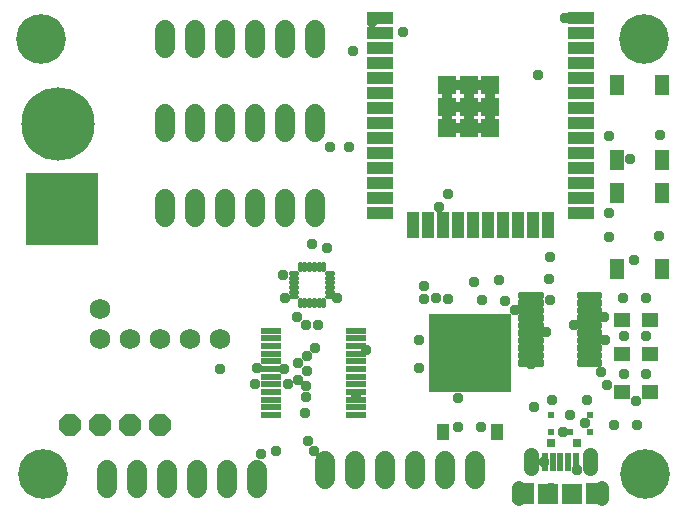
<source format=gbr>
G04 EAGLE Gerber RS-274X export*
G75*
%MOMM*%
%FSLAX34Y34*%
%LPD*%
%INSoldermask Top*%
%IPPOS*%
%AMOC8*
5,1,8,0,0,1.08239X$1,22.5*%
G01*
%ADD10C,4.203200*%
%ADD11C,1.727200*%
%ADD12P,2.005885X8X202.500000*%
%ADD13C,0.258150*%
%ADD14R,2.203200X1.103200*%
%ADD15R,1.103200X2.203200*%
%ADD16R,1.533200X1.533200*%
%ADD17C,0.911200*%
%ADD18C,1.733200*%
%ADD19R,1.703200X0.603200*%
%ADD20R,6.203200X6.203200*%
%ADD21C,6.203200*%
%ADD22R,0.703200X0.703200*%
%ADD23R,0.603200X0.603200*%
%ADD24R,0.603200X1.553200*%
%ADD25C,1.261200*%
%ADD26C,1.211200*%
%ADD27R,1.703200X1.753200*%
%ADD28C,0.245278*%
%ADD29R,1.203200X1.803200*%
%ADD30R,1.350000X1.200000*%
%ADD31R,1.092200X1.422400*%
%ADD32R,6.934200X6.705600*%
%ADD33C,0.959600*%

G36*
X535465Y466936D02*
X535465Y466936D01*
X535466Y466935D01*
X536578Y467061D01*
X536579Y467061D01*
X537636Y467431D01*
X537637Y467431D01*
X538585Y468027D01*
X538585Y468028D01*
X538586Y468028D01*
X539378Y468819D01*
X539378Y468820D01*
X539974Y469768D01*
X539974Y469769D01*
X540344Y470826D01*
X540344Y470827D01*
X540345Y470830D01*
X540345Y470834D01*
X540346Y470839D01*
X540346Y470844D01*
X540348Y470858D01*
X540348Y470863D01*
X540349Y470868D01*
X540349Y470872D01*
X540350Y470872D01*
X540349Y470872D01*
X540350Y470877D01*
X540351Y470882D01*
X540352Y470896D01*
X540353Y470901D01*
X540353Y470906D01*
X540354Y470910D01*
X540354Y470915D01*
X540355Y470920D01*
X540356Y470934D01*
X540357Y470939D01*
X540358Y470944D01*
X540358Y470948D01*
X540359Y470953D01*
X540359Y470958D01*
X540361Y470972D01*
X540361Y470977D01*
X540362Y470982D01*
X540362Y470986D01*
X540363Y470991D01*
X540364Y471005D01*
X540365Y471005D01*
X540364Y471005D01*
X540365Y471010D01*
X540366Y471015D01*
X540366Y471020D01*
X540367Y471024D01*
X540367Y471029D01*
X540369Y471043D01*
X540369Y471048D01*
X540370Y471053D01*
X540370Y471058D01*
X540371Y471062D01*
X540371Y471067D01*
X540373Y471081D01*
X540374Y471086D01*
X540374Y471091D01*
X540375Y471096D01*
X540375Y471100D01*
X540376Y471105D01*
X540377Y471119D01*
X540378Y471124D01*
X540378Y471129D01*
X540379Y471134D01*
X540379Y471138D01*
X540382Y471157D01*
X540382Y471162D01*
X540383Y471167D01*
X540383Y471172D01*
X540384Y471176D01*
X540385Y471191D01*
X540386Y471195D01*
X540386Y471200D01*
X540387Y471205D01*
X540387Y471210D01*
X540388Y471210D01*
X540387Y471210D01*
X540388Y471214D01*
X540390Y471229D01*
X540390Y471233D01*
X540391Y471238D01*
X540391Y471243D01*
X540392Y471248D01*
X540392Y471252D01*
X540394Y471267D01*
X540394Y471271D01*
X540395Y471276D01*
X540396Y471281D01*
X540396Y471286D01*
X540397Y471290D01*
X540398Y471305D01*
X540399Y471309D01*
X540399Y471314D01*
X540400Y471319D01*
X540400Y471324D01*
X540402Y471343D01*
X540403Y471343D01*
X540402Y471343D01*
X540403Y471347D01*
X540404Y471352D01*
X540404Y471357D01*
X540405Y471362D01*
X540406Y471376D01*
X540407Y471381D01*
X540407Y471385D01*
X540408Y471390D01*
X540408Y471395D01*
X540409Y471400D01*
X540411Y471414D01*
X540411Y471419D01*
X540412Y471423D01*
X540412Y471428D01*
X540413Y471433D01*
X540413Y471438D01*
X540415Y471452D01*
X540415Y471457D01*
X540416Y471461D01*
X540416Y471466D01*
X540417Y471471D01*
X540417Y471476D01*
X540419Y471490D01*
X540420Y471495D01*
X540420Y471499D01*
X540421Y471504D01*
X540421Y471509D01*
X540423Y471523D01*
X540423Y471528D01*
X540424Y471533D01*
X540424Y471537D01*
X540425Y471542D01*
X540425Y471547D01*
X540426Y471547D01*
X540425Y471547D01*
X540427Y471561D01*
X540428Y471566D01*
X540428Y471571D01*
X540429Y471575D01*
X540429Y471580D01*
X540430Y471585D01*
X540431Y471599D01*
X540432Y471604D01*
X540432Y471609D01*
X540433Y471613D01*
X540434Y471618D01*
X540434Y471623D01*
X540436Y471637D01*
X540436Y471642D01*
X540437Y471647D01*
X540437Y471651D01*
X540438Y471656D01*
X540440Y471675D01*
X540440Y471680D01*
X540441Y471680D01*
X540440Y471680D01*
X540441Y471685D01*
X540442Y471689D01*
X540442Y471694D01*
X540444Y471708D01*
X540444Y471713D01*
X540445Y471718D01*
X540445Y471723D01*
X540446Y471727D01*
X540446Y471732D01*
X540448Y471746D01*
X540449Y471751D01*
X540449Y471756D01*
X540450Y471761D01*
X540450Y471765D01*
X540451Y471770D01*
X540452Y471784D01*
X540453Y471789D01*
X540453Y471794D01*
X540454Y471799D01*
X540454Y471803D01*
X540455Y471808D01*
X540457Y471822D01*
X540457Y471827D01*
X540458Y471832D01*
X540458Y471837D01*
X540459Y471841D01*
X540461Y471860D01*
X540461Y471865D01*
X540462Y471870D01*
X540462Y471875D01*
X540463Y471879D01*
X540465Y471894D01*
X540465Y471898D01*
X540466Y471903D01*
X540466Y471908D01*
X540467Y471913D01*
X540467Y471917D01*
X540469Y471932D01*
X540469Y471936D01*
X540470Y471939D01*
X540470Y471940D01*
X540470Y479440D01*
X540470Y479441D01*
X540344Y480553D01*
X540344Y480554D01*
X539974Y481611D01*
X539974Y481612D01*
X539378Y482560D01*
X539377Y482560D01*
X539378Y482561D01*
X538586Y483353D01*
X538585Y483353D01*
X537637Y483949D01*
X537636Y483949D01*
X536579Y484319D01*
X536578Y484319D01*
X535466Y484445D01*
X535465Y484445D01*
X521465Y484445D01*
X521460Y484441D01*
X521461Y484440D01*
X521460Y484440D01*
X521460Y466940D01*
X521464Y466935D01*
X521465Y466936D01*
X521465Y466935D01*
X535465Y466935D01*
X535465Y466936D01*
G37*
G36*
X477470Y466939D02*
X477470Y466939D01*
X477469Y466940D01*
X477470Y466940D01*
X477470Y484440D01*
X477466Y484445D01*
X477465Y484444D01*
X477465Y484445D01*
X463465Y484445D01*
X463464Y484445D01*
X462352Y484319D01*
X462351Y484319D01*
X461294Y483949D01*
X461293Y483949D01*
X460345Y483353D01*
X460345Y483352D01*
X460344Y483353D01*
X459553Y482561D01*
X459552Y482560D01*
X458956Y481612D01*
X458956Y481611D01*
X458586Y480554D01*
X458586Y480553D01*
X458584Y480540D01*
X458584Y480535D01*
X458583Y480530D01*
X458583Y480526D01*
X458582Y480521D01*
X458580Y480507D01*
X458580Y480502D01*
X458579Y480497D01*
X458579Y480492D01*
X458578Y480488D01*
X458578Y480483D01*
X458576Y480469D01*
X458576Y480464D01*
X458575Y480459D01*
X458575Y480454D01*
X458574Y480450D01*
X458573Y480445D01*
X458572Y480431D01*
X458571Y480426D01*
X458571Y480421D01*
X458570Y480416D01*
X458570Y480412D01*
X458569Y480407D01*
X458568Y480393D01*
X458567Y480388D01*
X458567Y480383D01*
X458566Y480383D01*
X458567Y480383D01*
X458566Y480378D01*
X458565Y480374D01*
X458563Y480355D01*
X458563Y480350D01*
X458562Y480345D01*
X458562Y480340D01*
X458561Y480336D01*
X458560Y480321D01*
X458559Y480317D01*
X458558Y480312D01*
X458558Y480307D01*
X458557Y480302D01*
X458557Y480298D01*
X458555Y480283D01*
X458555Y480279D01*
X458554Y480274D01*
X458554Y480269D01*
X458553Y480264D01*
X458553Y480260D01*
X458551Y480245D01*
X458550Y480241D01*
X458550Y480236D01*
X458549Y480231D01*
X458549Y480226D01*
X458548Y480222D01*
X458547Y480207D01*
X458546Y480203D01*
X458546Y480198D01*
X458545Y480193D01*
X458545Y480188D01*
X458543Y480174D01*
X458542Y480169D01*
X458542Y480165D01*
X458541Y480160D01*
X458541Y480155D01*
X458540Y480150D01*
X458539Y480136D01*
X458538Y480131D01*
X458538Y480127D01*
X458537Y480122D01*
X458537Y480117D01*
X458536Y480112D01*
X458534Y480098D01*
X458534Y480093D01*
X458533Y480089D01*
X458533Y480084D01*
X458532Y480079D01*
X458532Y480074D01*
X458530Y480060D01*
X458530Y480055D01*
X458529Y480051D01*
X458529Y480046D01*
X458528Y480046D01*
X458529Y480046D01*
X458528Y480041D01*
X458526Y480022D01*
X458525Y480017D01*
X458525Y480013D01*
X458524Y480008D01*
X458524Y480003D01*
X458522Y479989D01*
X458522Y479984D01*
X458521Y479979D01*
X458520Y479975D01*
X458520Y479970D01*
X458519Y479965D01*
X458518Y479951D01*
X458517Y479946D01*
X458517Y479941D01*
X458516Y479937D01*
X458516Y479932D01*
X458515Y479927D01*
X458514Y479913D01*
X458513Y479913D01*
X458514Y479913D01*
X458513Y479908D01*
X458512Y479903D01*
X458512Y479899D01*
X458511Y479894D01*
X458511Y479889D01*
X458509Y479875D01*
X458509Y479870D01*
X458508Y479865D01*
X458508Y479861D01*
X458507Y479856D01*
X458505Y479837D01*
X458504Y479832D01*
X458504Y479827D01*
X458503Y479823D01*
X458503Y479818D01*
X458501Y479804D01*
X458501Y479799D01*
X458500Y479794D01*
X458500Y479789D01*
X458499Y479785D01*
X458499Y479780D01*
X458497Y479766D01*
X458496Y479761D01*
X458496Y479756D01*
X458495Y479751D01*
X458495Y479747D01*
X458494Y479742D01*
X458493Y479728D01*
X458492Y479723D01*
X458492Y479718D01*
X458491Y479713D01*
X458491Y479709D01*
X458490Y479709D01*
X458491Y479709D01*
X458490Y479704D01*
X458488Y479690D01*
X458488Y479685D01*
X458487Y479680D01*
X458487Y479675D01*
X458486Y479671D01*
X458485Y479656D01*
X458484Y479652D01*
X458484Y479647D01*
X458483Y479642D01*
X458482Y479637D01*
X458482Y479633D01*
X458480Y479618D01*
X458480Y479614D01*
X458479Y479609D01*
X458479Y479604D01*
X458478Y479599D01*
X458478Y479595D01*
X458476Y479580D01*
X458476Y479576D01*
X458475Y479576D01*
X458476Y479576D01*
X458475Y479571D01*
X458474Y479566D01*
X458474Y479561D01*
X458473Y479557D01*
X458472Y479542D01*
X458471Y479538D01*
X458471Y479533D01*
X458470Y479528D01*
X458470Y479523D01*
X458467Y479504D01*
X458467Y479500D01*
X458466Y479495D01*
X458466Y479490D01*
X458465Y479485D01*
X458464Y479471D01*
X458463Y479466D01*
X458463Y479462D01*
X458462Y479457D01*
X458462Y479452D01*
X458461Y479447D01*
X458460Y479441D01*
X458461Y479440D01*
X458460Y479440D01*
X458460Y471940D01*
X458461Y471940D01*
X458460Y471939D01*
X458586Y470827D01*
X458586Y470826D01*
X458956Y469769D01*
X458956Y469768D01*
X459552Y468820D01*
X459553Y468820D01*
X459553Y468819D01*
X460344Y468028D01*
X460345Y468027D01*
X461293Y467431D01*
X461294Y467431D01*
X462351Y467061D01*
X462352Y467061D01*
X463464Y466935D01*
X463465Y466936D01*
X463465Y466935D01*
X477465Y466935D01*
X477470Y466939D01*
G37*
D10*
X61625Y492300D03*
X60000Y860475D03*
X570000Y860475D03*
X571625Y492300D03*
D11*
X350875Y487755D02*
X350875Y502995D01*
X325475Y502995D02*
X325475Y487755D01*
X300075Y487755D02*
X300075Y502995D01*
X376275Y502995D02*
X376275Y487755D01*
X401675Y487755D02*
X401675Y502995D01*
X427075Y502995D02*
X427075Y487755D01*
D12*
X160375Y533475D03*
X134975Y533475D03*
X109575Y533475D03*
X84175Y533475D03*
D13*
X301375Y643325D02*
X307225Y643325D01*
X307225Y641675D01*
X301375Y641675D01*
X301375Y643325D01*
X301375Y647325D02*
X307225Y647325D01*
X307225Y645675D01*
X301375Y645675D01*
X301375Y647325D01*
X301375Y651325D02*
X307225Y651325D01*
X307225Y649675D01*
X301375Y649675D01*
X301375Y651325D01*
X301375Y655325D02*
X307225Y655325D01*
X307225Y653675D01*
X301375Y653675D01*
X301375Y655325D01*
X301375Y659325D02*
X307225Y659325D01*
X307225Y657675D01*
X301375Y657675D01*
X301375Y659325D01*
X301375Y663325D02*
X307225Y663325D01*
X307225Y661675D01*
X301375Y661675D01*
X301375Y663325D01*
X298025Y665025D02*
X298025Y670875D01*
X299675Y670875D01*
X299675Y665025D01*
X298025Y665025D01*
X298025Y667478D02*
X299675Y667478D01*
X299675Y669931D02*
X298025Y669931D01*
X294025Y670875D02*
X294025Y665025D01*
X294025Y670875D02*
X295675Y670875D01*
X295675Y665025D01*
X294025Y665025D01*
X294025Y667478D02*
X295675Y667478D01*
X295675Y669931D02*
X294025Y669931D01*
X290025Y670875D02*
X290025Y665025D01*
X290025Y670875D02*
X291675Y670875D01*
X291675Y665025D01*
X290025Y665025D01*
X290025Y667478D02*
X291675Y667478D01*
X291675Y669931D02*
X290025Y669931D01*
X286025Y670875D02*
X286025Y665025D01*
X286025Y670875D02*
X287675Y670875D01*
X287675Y665025D01*
X286025Y665025D01*
X286025Y667478D02*
X287675Y667478D01*
X287675Y669931D02*
X286025Y669931D01*
X282025Y670875D02*
X282025Y665025D01*
X282025Y670875D02*
X283675Y670875D01*
X283675Y665025D01*
X282025Y665025D01*
X282025Y667478D02*
X283675Y667478D01*
X283675Y669931D02*
X282025Y669931D01*
X278025Y670875D02*
X278025Y665025D01*
X278025Y670875D02*
X279675Y670875D01*
X279675Y665025D01*
X278025Y665025D01*
X278025Y667478D02*
X279675Y667478D01*
X279675Y669931D02*
X278025Y669931D01*
X276325Y661675D02*
X270475Y661675D01*
X270475Y663325D01*
X276325Y663325D01*
X276325Y661675D01*
X276325Y657675D02*
X270475Y657675D01*
X270475Y659325D01*
X276325Y659325D01*
X276325Y657675D01*
X276325Y653675D02*
X270475Y653675D01*
X270475Y655325D01*
X276325Y655325D01*
X276325Y653675D01*
X276325Y649675D02*
X270475Y649675D01*
X270475Y651325D01*
X276325Y651325D01*
X276325Y649675D01*
X276325Y645675D02*
X270475Y645675D01*
X270475Y647325D01*
X276325Y647325D01*
X276325Y645675D01*
X276325Y641675D02*
X270475Y641675D01*
X270475Y643325D01*
X276325Y643325D01*
X276325Y641675D01*
X279675Y639975D02*
X279675Y634125D01*
X278025Y634125D01*
X278025Y639975D01*
X279675Y639975D01*
X279675Y636578D02*
X278025Y636578D01*
X278025Y639031D02*
X279675Y639031D01*
X283675Y639975D02*
X283675Y634125D01*
X282025Y634125D01*
X282025Y639975D01*
X283675Y639975D01*
X283675Y636578D02*
X282025Y636578D01*
X282025Y639031D02*
X283675Y639031D01*
X287675Y639975D02*
X287675Y634125D01*
X286025Y634125D01*
X286025Y639975D01*
X287675Y639975D01*
X287675Y636578D02*
X286025Y636578D01*
X286025Y639031D02*
X287675Y639031D01*
X291675Y639975D02*
X291675Y634125D01*
X290025Y634125D01*
X290025Y639975D01*
X291675Y639975D01*
X291675Y636578D02*
X290025Y636578D01*
X290025Y639031D02*
X291675Y639031D01*
X295675Y639975D02*
X295675Y634125D01*
X294025Y634125D01*
X294025Y639975D01*
X295675Y639975D01*
X295675Y636578D02*
X294025Y636578D01*
X294025Y639031D02*
X295675Y639031D01*
X299675Y639975D02*
X299675Y634125D01*
X298025Y634125D01*
X298025Y639975D01*
X299675Y639975D01*
X299675Y636578D02*
X298025Y636578D01*
X298025Y639031D02*
X299675Y639031D01*
D14*
X346800Y878100D03*
X346800Y865400D03*
X346800Y852700D03*
X346800Y840000D03*
X346800Y827300D03*
X346800Y814600D03*
X346800Y801900D03*
X346800Y789200D03*
X346800Y776500D03*
X346800Y763800D03*
X346800Y751100D03*
X346800Y738400D03*
X346800Y725700D03*
X346800Y713000D03*
D15*
X374650Y703000D03*
X387350Y703000D03*
X400050Y703000D03*
X412750Y703000D03*
X425450Y703000D03*
X438150Y703000D03*
X450850Y703000D03*
X463550Y703000D03*
X476250Y703000D03*
X488950Y703000D03*
D14*
X516800Y713000D03*
X516800Y725700D03*
X516800Y738400D03*
X516800Y751100D03*
X516800Y763800D03*
X516800Y776500D03*
X516800Y789200D03*
X516800Y801900D03*
X516800Y814600D03*
X516800Y827300D03*
X516800Y840000D03*
X516800Y852700D03*
X516800Y865400D03*
X516800Y878100D03*
D16*
X403450Y821450D03*
X421800Y821450D03*
X440150Y821450D03*
X403450Y803100D03*
X421800Y803100D03*
X440150Y803100D03*
X403450Y784750D03*
X421800Y784750D03*
X440150Y784750D03*
D17*
X412625Y821450D03*
X430975Y821450D03*
X403450Y812275D03*
X421800Y812275D03*
X440150Y812275D03*
X412625Y803100D03*
X430975Y803100D03*
X403450Y793925D03*
X421800Y793925D03*
X440150Y793925D03*
X412625Y784750D03*
X430975Y784750D03*
D18*
X109575Y631900D03*
X109575Y606500D03*
X134975Y606500D03*
X160375Y606500D03*
X185775Y606500D03*
X211175Y606500D03*
D19*
X326725Y542025D03*
X326725Y548525D03*
X326725Y555025D03*
X326725Y561525D03*
X326725Y568025D03*
X326725Y574525D03*
X326725Y581025D03*
X326725Y587525D03*
X326725Y594025D03*
X326725Y600525D03*
X326725Y607025D03*
X326725Y613525D03*
X254225Y600525D03*
X254225Y594025D03*
X254225Y587525D03*
X254225Y581025D03*
X254225Y574525D03*
X254225Y568025D03*
X254225Y561525D03*
X254225Y555025D03*
X254225Y548525D03*
X254225Y542025D03*
X254225Y607025D03*
X254225Y613525D03*
D20*
X77683Y716313D03*
D21*
X74633Y788313D03*
D22*
X513718Y518261D03*
X491718Y518261D03*
D23*
X507767Y528014D03*
X507767Y542014D03*
X491765Y528014D03*
X491765Y542014D03*
X524956Y528023D03*
X524956Y542023D03*
D24*
X486465Y502690D03*
X492965Y502690D03*
X499465Y502690D03*
X505965Y502690D03*
X512465Y502690D03*
D25*
X474352Y497457D02*
X474352Y508037D01*
X524608Y507953D02*
X524608Y497373D01*
D26*
X464465Y480730D02*
X464465Y470650D01*
D27*
X489465Y475690D03*
X509465Y475690D03*
D26*
X534465Y480730D02*
X534465Y470650D01*
D28*
X484076Y641975D02*
X464796Y641975D01*
X464796Y645655D01*
X484076Y645655D01*
X484076Y641975D01*
X484076Y644305D02*
X464796Y644305D01*
X464796Y635625D02*
X484076Y635625D01*
X464796Y635625D02*
X464796Y639305D01*
X484076Y639305D01*
X484076Y635625D01*
X484076Y637955D02*
X464796Y637955D01*
X464796Y629275D02*
X484076Y629275D01*
X464796Y629275D02*
X464796Y632955D01*
X484076Y632955D01*
X484076Y629275D01*
X484076Y631605D02*
X464796Y631605D01*
X464796Y622925D02*
X484076Y622925D01*
X464796Y622925D02*
X464796Y626605D01*
X484076Y626605D01*
X484076Y622925D01*
X484076Y625255D02*
X464796Y625255D01*
X464796Y616575D02*
X484076Y616575D01*
X464796Y616575D02*
X464796Y620255D01*
X484076Y620255D01*
X484076Y616575D01*
X484076Y618905D02*
X464796Y618905D01*
X464796Y610225D02*
X484076Y610225D01*
X464796Y610225D02*
X464796Y613905D01*
X484076Y613905D01*
X484076Y610225D01*
X484076Y612555D02*
X464796Y612555D01*
X464796Y603875D02*
X484076Y603875D01*
X464796Y603875D02*
X464796Y607555D01*
X484076Y607555D01*
X484076Y603875D01*
X484076Y606205D02*
X464796Y606205D01*
X464796Y597525D02*
X484076Y597525D01*
X464796Y597525D02*
X464796Y601205D01*
X484076Y601205D01*
X484076Y597525D01*
X484076Y599855D02*
X464796Y599855D01*
X464796Y591175D02*
X484076Y591175D01*
X464796Y591175D02*
X464796Y594855D01*
X484076Y594855D01*
X484076Y591175D01*
X484076Y593505D02*
X464796Y593505D01*
X464796Y584825D02*
X484076Y584825D01*
X464796Y584825D02*
X464796Y588505D01*
X484076Y588505D01*
X484076Y584825D01*
X484076Y587155D02*
X464796Y587155D01*
X514196Y588505D02*
X533476Y588505D01*
X533476Y584825D01*
X514196Y584825D01*
X514196Y588505D01*
X514196Y587155D02*
X533476Y587155D01*
X533476Y594855D02*
X514196Y594855D01*
X533476Y594855D02*
X533476Y591175D01*
X514196Y591175D01*
X514196Y594855D01*
X514196Y593505D02*
X533476Y593505D01*
X533476Y601205D02*
X514196Y601205D01*
X533476Y601205D02*
X533476Y597525D01*
X514196Y597525D01*
X514196Y601205D01*
X514196Y599855D02*
X533476Y599855D01*
X533476Y607555D02*
X514196Y607555D01*
X533476Y607555D02*
X533476Y603875D01*
X514196Y603875D01*
X514196Y607555D01*
X514196Y606205D02*
X533476Y606205D01*
X533476Y613905D02*
X514196Y613905D01*
X533476Y613905D02*
X533476Y610225D01*
X514196Y610225D01*
X514196Y613905D01*
X514196Y612555D02*
X533476Y612555D01*
X533476Y620255D02*
X514196Y620255D01*
X533476Y620255D02*
X533476Y616575D01*
X514196Y616575D01*
X514196Y620255D01*
X514196Y618905D02*
X533476Y618905D01*
X533476Y626605D02*
X514196Y626605D01*
X533476Y626605D02*
X533476Y622925D01*
X514196Y622925D01*
X514196Y626605D01*
X514196Y625255D02*
X533476Y625255D01*
X533476Y632955D02*
X514196Y632955D01*
X533476Y632955D02*
X533476Y629275D01*
X514196Y629275D01*
X514196Y632955D01*
X514196Y631605D02*
X533476Y631605D01*
X533476Y639305D02*
X514196Y639305D01*
X533476Y639305D02*
X533476Y635625D01*
X514196Y635625D01*
X514196Y639305D01*
X514196Y637955D02*
X533476Y637955D01*
X533476Y645655D02*
X514196Y645655D01*
X533476Y645655D02*
X533476Y641975D01*
X514196Y641975D01*
X514196Y645655D01*
X514196Y644305D02*
X533476Y644305D01*
D29*
X547420Y665865D03*
X547420Y729865D03*
X585420Y665865D03*
X585420Y729865D03*
X547420Y757940D03*
X547420Y821940D03*
X585420Y757940D03*
X585420Y821940D03*
D30*
X551800Y623010D03*
X575300Y623010D03*
X551800Y593502D03*
X575300Y593502D03*
X551954Y561542D03*
X575454Y561542D03*
D31*
X400024Y527887D03*
X445744Y527887D03*
D32*
X422884Y594435D03*
D11*
X215900Y709930D02*
X215900Y725170D01*
X190500Y725170D02*
X190500Y709930D01*
X165100Y709930D02*
X165100Y725170D01*
X241300Y725170D02*
X241300Y709930D01*
X266700Y709930D02*
X266700Y725170D01*
X292100Y725170D02*
X292100Y709930D01*
X215900Y852805D02*
X215900Y868045D01*
X190500Y868045D02*
X190500Y852805D01*
X165100Y852805D02*
X165100Y868045D01*
X241300Y868045D02*
X241300Y852805D01*
X266700Y852805D02*
X266700Y868045D01*
X292100Y868045D02*
X292100Y852805D01*
X215900Y797052D02*
X215900Y781812D01*
X190500Y781812D02*
X190500Y797052D01*
X165100Y797052D02*
X165100Y781812D01*
X241300Y781812D02*
X241300Y797052D01*
X266700Y797052D02*
X266700Y781812D01*
X292100Y781812D02*
X292100Y797052D01*
X192125Y495225D02*
X192125Y479985D01*
X217525Y479985D02*
X217525Y495225D01*
X242925Y495225D02*
X242925Y479985D01*
X166725Y479985D02*
X166725Y495225D01*
X141325Y495225D02*
X141325Y479985D01*
X115925Y479985D02*
X115925Y495225D01*
D33*
X394208Y641143D03*
X404368Y640334D03*
X284988Y579008D03*
X516800Y763800D03*
X284480Y557276D03*
X516800Y725700D03*
X291717Y598650D03*
X516800Y814600D03*
X277560Y572149D03*
X516800Y751100D03*
X284627Y566364D03*
X516800Y738400D03*
X277368Y585950D03*
X516800Y776500D03*
X285242Y592272D03*
X516800Y789200D03*
X283565Y543915D03*
X339725Y875206D03*
X265329Y581025D03*
X326725Y556879D03*
X334853Y597154D03*
X541020Y778670D03*
X346800Y878100D03*
X403450Y821450D03*
X403450Y784750D03*
X421800Y784750D03*
X440150Y784750D03*
X422275Y803100D03*
X266700Y641350D03*
X283798Y618511D03*
X585420Y757940D03*
X540385Y692945D03*
X585420Y665865D03*
X492005Y480770D03*
X553259Y576601D03*
X294132Y618617D03*
X477621Y548682D03*
X564583Y533856D03*
X563898Y554381D03*
X507767Y542014D03*
X485659Y502690D03*
X412757Y556462D03*
X412757Y531824D03*
X400024Y527887D03*
X487370Y612065D03*
X510902Y618415D03*
X380245Y605992D03*
X380245Y581608D03*
X433018Y639819D03*
X440150Y821450D03*
X396494Y718306D03*
X503682Y878332D03*
X243123Y581623D03*
X211175Y581025D03*
X241300Y568325D03*
X268831Y568025D03*
X584200Y779170D03*
X276225Y625475D03*
X310656Y641213D03*
X582930Y693445D03*
X572063Y609052D03*
X571830Y641425D03*
X301916Y683556D03*
X400245Y605992D03*
X400245Y581608D03*
X433018Y619819D03*
X450088Y619506D03*
X396494Y620014D03*
X395631Y567182D03*
X449834Y596138D03*
X449834Y568706D03*
X423081Y568789D03*
X416052Y609092D03*
X436880Y608584D03*
X436880Y588264D03*
X415798Y588010D03*
X461502Y631115D03*
X365920Y866775D03*
X323596Y850646D03*
X537027Y605973D03*
X539242Y567690D03*
X264894Y660400D03*
X520452Y535023D03*
X501424Y528014D03*
X514012Y495300D03*
X544583Y533856D03*
X432757Y531824D03*
X480314Y829691D03*
X404774Y729336D03*
X540385Y712945D03*
X516800Y713000D03*
X522045Y554483D03*
X492868Y555169D03*
X575300Y623010D03*
X536770Y624765D03*
X534162Y578358D03*
X474436Y585659D03*
X552830Y641425D03*
X553063Y609052D03*
X561975Y673100D03*
X558800Y758825D03*
X447293Y656571D03*
X489959Y657232D03*
X426466Y654812D03*
X490756Y676232D03*
X452628Y639064D03*
X490728Y639572D03*
X572259Y576601D03*
X304800Y769338D03*
X320675Y769338D03*
X383738Y640644D03*
X246380Y509270D03*
X290678Y511962D03*
X384048Y651002D03*
X259080Y511810D03*
X286157Y520293D03*
X289272Y686731D03*
M02*

</source>
